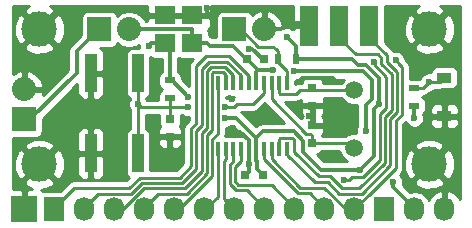
<source format=gbr>
G04 #@! TF.FileFunction,Copper,L1,Top,Signal*
%FSLAX46Y46*%
G04 Gerber Fmt 4.6, Leading zero omitted, Abs format (unit mm)*
G04 Created by KiCad (PCBNEW 0.201602201416+6573~42~ubuntu14.04.1-product) date mer. 24 févr. 2016 22:05:03 CET*
%MOMM*%
G01*
G04 APERTURE LIST*
%ADD10C,0.100000*%
%ADD11C,3.000000*%
%ADD12C,1.501140*%
%ADD13R,1.000000X3.200000*%
%ADD14R,2.032000X2.032000*%
%ADD15O,2.032000X2.032000*%
%ADD16R,0.300000X1.200000*%
%ADD17R,0.900000X0.500000*%
%ADD18R,0.750000X0.800000*%
%ADD19R,2.235200X2.235200*%
%ADD20R,1.727200X2.032000*%
%ADD21O,1.727200X2.032000*%
%ADD22R,0.500000X0.900000*%
%ADD23R,0.800000X0.750000*%
%ADD24R,1.800860X1.549400*%
%ADD25R,1.220000X0.910000*%
%ADD26R,1.524000X3.500000*%
%ADD27C,0.600000*%
%ADD28C,0.250000*%
%ADD29C,0.350000*%
%ADD30C,0.254000*%
G04 APERTURE END LIST*
D10*
D11*
X149860000Y-104140000D03*
X116840000Y-104140000D03*
D12*
X143510000Y-109309060D03*
X143510000Y-114190940D03*
D13*
X121190000Y-107850000D03*
X121190000Y-114650000D03*
X125190000Y-114650000D03*
X125190000Y-107850000D03*
D14*
X121920000Y-104140000D03*
D15*
X124460000Y-104140000D03*
D14*
X133350000Y-104140000D03*
D15*
X135890000Y-104140000D03*
D16*
X137145000Y-114300000D03*
X137795000Y-114300000D03*
X136495000Y-114300000D03*
X135845000Y-114300000D03*
X135195000Y-114300000D03*
X134545000Y-114300000D03*
X133895000Y-114300000D03*
X133245000Y-114300000D03*
X131945000Y-108700000D03*
X132595000Y-108700000D03*
X133245000Y-108700000D03*
X133895000Y-108700000D03*
X137795000Y-108700000D03*
X137145000Y-108700000D03*
X136495000Y-108700000D03*
X135845000Y-108700000D03*
X135195000Y-108700000D03*
X134545000Y-108700000D03*
X132595000Y-114300000D03*
X131945000Y-114300000D03*
D14*
X115570000Y-111760000D03*
D15*
X115570000Y-109220000D03*
D17*
X127889000Y-108470000D03*
X127889000Y-109970000D03*
D18*
X139954000Y-109105000D03*
X139954000Y-110605000D03*
X139954000Y-113780000D03*
X139954000Y-112280000D03*
X127889000Y-111750000D03*
X127889000Y-113250000D03*
D19*
X115570000Y-119380000D03*
D20*
X146050000Y-119380000D03*
D21*
X148590000Y-119380000D03*
X151130000Y-119380000D03*
D22*
X138545000Y-106680000D03*
X137045000Y-106680000D03*
D23*
X135750000Y-116500000D03*
X134250000Y-116500000D03*
X134378000Y-106680000D03*
X135878000Y-106680000D03*
D24*
X127508000Y-105316020D03*
X127508000Y-102963980D03*
X129794000Y-105316020D03*
X129794000Y-102963980D03*
D20*
X118110000Y-119380000D03*
D21*
X120650000Y-119380000D03*
X123190000Y-119380000D03*
X125730000Y-119380000D03*
X128270000Y-119380000D03*
X130810000Y-119380000D03*
X133350000Y-119380000D03*
X135890000Y-119380000D03*
X138430000Y-119380000D03*
X140970000Y-119380000D03*
X143510000Y-119380000D03*
D17*
X148590000Y-110605000D03*
X148590000Y-109105000D03*
D25*
X151130000Y-111490000D03*
X151130000Y-108220000D03*
D26*
X139700000Y-103850000D03*
X142240000Y-103850000D03*
X144780000Y-103850000D03*
D11*
X149860000Y-115570000D03*
X116840000Y-115570000D03*
D27*
X141986000Y-114808000D03*
X138800000Y-108600000D03*
X141478000Y-108500000D03*
X127000000Y-107200000D03*
X129300000Y-107200000D03*
X142000000Y-110250000D03*
X142000000Y-112900000D03*
X133100000Y-110000000D03*
X136500000Y-111300000D03*
X134500000Y-111300000D03*
X133000000Y-112800000D03*
X146900000Y-102700000D03*
X118200000Y-107100000D03*
X127889000Y-114554000D03*
X134620000Y-105804934D03*
X131063992Y-102362000D03*
X134545000Y-115570000D03*
X139700000Y-111506000D03*
X121190000Y-110490000D03*
X129453020Y-110749478D03*
X125190000Y-110490000D03*
X132588000Y-110744000D03*
X143954500Y-116014500D03*
X145584011Y-110463822D03*
X148590000Y-111633000D03*
X132588000Y-111633000D03*
X129413000Y-109855000D03*
X126111000Y-105537000D03*
X137795000Y-104775000D03*
X144462476Y-112776000D03*
X146812004Y-117094000D03*
X138430000Y-107696000D03*
X136586672Y-107584535D03*
X142630618Y-116910296D03*
X145172079Y-106863624D03*
X146990482Y-106772795D03*
X149860000Y-108585000D03*
D28*
X138870940Y-109309060D02*
X139790940Y-109309060D01*
X139790940Y-109309060D02*
X139954000Y-109146000D01*
X139954000Y-109146000D02*
X139954000Y-109105000D01*
X142448534Y-109309060D02*
X143510000Y-109309060D01*
X138870940Y-109309060D02*
X142448534Y-109309060D01*
X138554999Y-109625001D02*
X138870940Y-109309060D01*
X137220001Y-109625001D02*
X138554999Y-109625001D01*
X137145000Y-109550000D02*
X137220001Y-109625001D01*
X137145000Y-108700000D02*
X137145000Y-109550000D01*
D29*
X141900000Y-108500000D02*
X141700001Y-108300001D01*
X141700001Y-108300001D02*
X139099999Y-108300001D01*
X139099999Y-108300001D02*
X138800000Y-108600000D01*
X141478000Y-108500000D02*
X141900000Y-108500000D01*
X142000000Y-112900000D02*
X142000000Y-110250000D01*
X133820002Y-112800000D02*
X133000000Y-112800000D01*
X134545000Y-114300000D02*
X134545000Y-113524998D01*
X134545000Y-113524998D02*
X133820002Y-112800000D01*
X149860000Y-104140000D02*
X148360001Y-102640001D01*
X148360001Y-102640001D02*
X146959999Y-102640001D01*
X146959999Y-102640001D02*
X146900000Y-102700000D01*
X127889000Y-113250000D02*
X127889000Y-114554000D01*
X134863130Y-105804934D02*
X134620000Y-105804934D01*
X135738196Y-106680000D02*
X134863130Y-105804934D01*
X135878000Y-106680000D02*
X135738196Y-106680000D01*
X139954000Y-110605000D02*
X139954000Y-111252000D01*
X139954000Y-111252000D02*
X139700000Y-111506000D01*
X139954000Y-112280000D02*
X139954000Y-111760000D01*
X139954000Y-111760000D02*
X139700000Y-111506000D01*
X131063992Y-102786264D02*
X131063992Y-102362000D01*
X131063992Y-102944418D02*
X131063992Y-102786264D01*
X129794000Y-102963980D02*
X131044430Y-102963980D01*
X131044430Y-102963980D02*
X131063992Y-102944418D01*
X134545000Y-115960000D02*
X134545000Y-115570000D01*
X134545000Y-114300000D02*
X134545000Y-115570000D01*
X151130000Y-111490000D02*
X151130000Y-114300000D01*
X151130000Y-114300000D02*
X149860000Y-115570000D01*
X121190000Y-110490000D02*
X121190000Y-114650000D01*
X121190000Y-107850000D02*
X121190000Y-110490000D01*
X127508000Y-102963980D02*
X129794000Y-102963980D01*
X135878000Y-104152000D02*
X135890000Y-104140000D01*
X137866840Y-103600000D02*
X138588000Y-103600000D01*
X137326840Y-104140000D02*
X137866840Y-103600000D01*
X135890000Y-104140000D02*
X137326840Y-104140000D01*
X138588000Y-103600000D02*
X139700000Y-103600000D01*
X134250000Y-116500000D02*
X134275000Y-116500000D01*
X134275000Y-116500000D02*
X134545000Y-116230000D01*
X134545000Y-116230000D02*
X134545000Y-115960000D01*
D28*
X127176020Y-103500000D02*
X126750000Y-103073980D01*
X139954000Y-113780000D02*
X143099060Y-113780000D01*
X143099060Y-113780000D02*
X143510000Y-114190940D01*
X136495000Y-108700000D02*
X136495000Y-110079000D01*
X136495000Y-110079000D02*
X139446000Y-113030000D01*
X139446000Y-113030000D02*
X139854000Y-113030000D01*
X139854000Y-113030000D02*
X139954000Y-113130000D01*
X139954000Y-113130000D02*
X139954000Y-113780000D01*
X135845000Y-109550000D02*
X135845000Y-108700000D01*
X134950999Y-110444001D02*
X135845000Y-109550000D01*
X133281002Y-110744000D02*
X133581001Y-110444001D01*
X132588000Y-110744000D02*
X133281002Y-110744000D01*
X133581001Y-110444001D02*
X134950999Y-110444001D01*
X129028756Y-110749478D02*
X129453020Y-110749478D01*
X127894478Y-110749478D02*
X129028756Y-110749478D01*
X127889000Y-110744000D02*
X127894478Y-110749478D01*
X127889000Y-110744000D02*
X127889000Y-109970000D01*
X127889000Y-110744000D02*
X125444000Y-110744000D01*
X127889000Y-111750000D02*
X127889000Y-110744000D01*
X125444000Y-110744000D02*
X125190000Y-110490000D01*
X125190000Y-110490000D02*
X125190000Y-114650000D01*
X125190000Y-107850000D02*
X125190000Y-110490000D01*
D29*
X121920000Y-104140000D02*
X121860000Y-104140000D01*
X121860000Y-104140000D02*
X120000000Y-106000000D01*
X120000000Y-106000000D02*
X120000000Y-107838000D01*
X120000000Y-107838000D02*
X116078000Y-111760000D01*
X116078000Y-111760000D02*
X115570000Y-111760000D01*
X145584011Y-110463822D02*
X145137496Y-110910337D01*
X145137496Y-110910337D02*
X145137496Y-114831504D01*
X145137496Y-114831504D02*
X143954500Y-116014500D01*
X139184010Y-113577134D02*
X138382876Y-112776000D01*
X139184010Y-114555001D02*
X139184010Y-113577134D01*
X143954500Y-116014500D02*
X140643509Y-116014500D01*
X140643509Y-116014500D02*
X139184010Y-114555001D01*
X138382876Y-112776000D02*
X135769000Y-112776000D01*
X135769000Y-112776000D02*
X135195000Y-113350000D01*
X148590000Y-111205000D02*
X148590000Y-111633000D01*
X148590000Y-110605000D02*
X148590000Y-111205000D01*
X138545000Y-106680000D02*
X143324604Y-106680000D01*
X143324604Y-106680000D02*
X143790593Y-107145989D01*
X143790593Y-107145989D02*
X144499822Y-107145989D01*
X144499822Y-107145989D02*
X145584011Y-108230178D01*
X145584011Y-108230178D02*
X145584011Y-110463822D01*
X146217002Y-119212998D02*
X146050000Y-119380000D01*
X135195000Y-115250000D02*
X135195000Y-114300000D01*
X135220002Y-115275002D02*
X135195000Y-115250000D01*
X135220002Y-115970002D02*
X135220002Y-115275002D01*
X135750000Y-116500000D02*
X135220002Y-115970002D01*
X132588000Y-111633000D02*
X133478000Y-111633000D01*
X133478000Y-111633000D02*
X135195000Y-113350000D01*
X135195000Y-113350000D02*
X135195000Y-114300000D01*
X127889000Y-108470000D02*
X128028000Y-108470000D01*
X128028000Y-108470000D02*
X129413000Y-109855000D01*
X127889000Y-108470000D02*
X127889000Y-105697020D01*
X127889000Y-105697020D02*
X127508000Y-105316020D01*
X126111000Y-105462590D02*
X126111000Y-105537000D01*
X126257570Y-105316020D02*
X126111000Y-105462590D01*
X127508000Y-105316020D02*
X126257570Y-105316020D01*
X138545000Y-106680000D02*
X138545000Y-105525000D01*
X138545000Y-105525000D02*
X137795000Y-104775000D01*
X148590000Y-119380000D02*
X148590000Y-119227600D01*
X145034000Y-108458000D02*
X145034000Y-110014831D01*
X145034000Y-110014831D02*
X144462476Y-110586355D01*
X144272000Y-107696000D02*
X145034000Y-108458000D01*
X144462476Y-112351736D02*
X144462476Y-112776000D01*
X148590000Y-119227600D02*
X146812004Y-117449604D01*
X146812004Y-117449604D02*
X146812004Y-117094000D01*
X138430000Y-107696000D02*
X144272000Y-107696000D01*
X144462476Y-110586355D02*
X144462476Y-112351736D01*
X134378000Y-106680000D02*
X134403000Y-106680000D01*
X134403000Y-106680000D02*
X135307535Y-107584535D01*
X135307535Y-107584535D02*
X135356467Y-107584535D01*
X129794000Y-105316020D02*
X131044430Y-105316020D01*
X131044430Y-105316020D02*
X131259411Y-105531001D01*
X131259411Y-105531001D02*
X133204001Y-105531001D01*
X133204001Y-105531001D02*
X134353000Y-106680000D01*
X134353000Y-106680000D02*
X134378000Y-106680000D01*
X135195000Y-107746002D02*
X135356467Y-107584535D01*
X135356467Y-107584535D02*
X136586672Y-107584535D01*
X135195000Y-107746002D02*
X135195000Y-107750000D01*
X135195000Y-107750000D02*
X135195000Y-108700000D01*
X124460000Y-104140000D02*
X129742680Y-104140000D01*
X129794000Y-104191320D02*
X129794000Y-105316020D01*
X129742680Y-104140000D02*
X129794000Y-104191320D01*
D28*
X131675031Y-106424969D02*
X131675028Y-106424971D01*
X134545000Y-108055768D02*
X132914201Y-106424969D01*
X132914201Y-106424969D02*
X131675031Y-106424969D01*
X130975795Y-106424971D02*
X130119970Y-107280799D01*
X134545000Y-108700000D02*
X134545000Y-108055768D01*
X118110000Y-119227600D02*
X118110000Y-119380000D01*
X131675028Y-106424971D02*
X130975795Y-106424971D01*
X130119970Y-107280799D02*
X130119968Y-112093622D01*
X119748621Y-117588979D02*
X118110000Y-119227600D01*
X130119968Y-112093622D02*
X129669956Y-112543634D01*
X129669956Y-112543634D02*
X129669957Y-115730043D01*
X129669957Y-115730043D02*
X128711043Y-116688957D01*
X128711043Y-116688957D02*
X125311041Y-116688959D01*
X125311041Y-116688959D02*
X124411021Y-117588979D01*
X124411021Y-117588979D02*
X119748621Y-117588979D01*
X130569977Y-107467199D02*
X131162199Y-106874977D01*
X130119967Y-112730033D02*
X130569977Y-112280023D01*
X130119967Y-115966444D02*
X130119967Y-112730033D01*
X131162199Y-106874977D02*
X132727802Y-106874978D01*
X125497442Y-117138968D02*
X128947443Y-117138968D01*
X132727802Y-106874978D02*
X133895000Y-108042178D01*
X133895000Y-108042178D02*
X133895000Y-108700000D01*
X121838610Y-118038990D02*
X124597421Y-118038990D01*
X128947443Y-117138968D02*
X130119967Y-115966444D01*
X120650000Y-119227600D02*
X121838610Y-118038990D01*
X120650000Y-119380000D02*
X120650000Y-119227600D01*
X124597421Y-118038990D02*
X125497442Y-117138968D01*
X130569977Y-112280023D02*
X130569977Y-107467199D01*
X131348599Y-107324988D02*
X132541401Y-107324988D01*
X130569979Y-112916431D02*
X131019988Y-112466423D01*
X130569979Y-116152843D02*
X130569979Y-112916431D01*
X129133843Y-117588979D02*
X130569979Y-116152843D01*
X125683841Y-117588979D02*
X129133843Y-117588979D01*
X123190000Y-119380000D02*
X123892820Y-119380000D01*
X123892820Y-119380000D02*
X125683841Y-117588979D01*
X131019988Y-112466423D02*
X131019988Y-107653599D01*
X132541401Y-107324988D02*
X133245000Y-108028589D01*
X133245000Y-108028589D02*
X133245000Y-108700000D01*
X131019988Y-107653599D02*
X131348599Y-107324988D01*
X123190000Y-119310000D02*
X123190000Y-119380000D01*
X132595000Y-108015000D02*
X132595000Y-108700000D01*
X125730000Y-119227600D02*
X126918610Y-118038990D01*
X131469999Y-112652823D02*
X131469999Y-107839999D01*
X131534999Y-107774999D02*
X132355001Y-107774999D01*
X131019990Y-113102831D02*
X131469999Y-112652823D01*
X125730000Y-119380000D02*
X125730000Y-119227600D01*
X131019990Y-116339243D02*
X131019990Y-113102831D01*
X126918610Y-118038990D02*
X129320243Y-118038990D01*
X132355001Y-107774999D02*
X132595000Y-108015000D01*
X131469999Y-107839999D02*
X131534999Y-107774999D01*
X129320243Y-118038990D02*
X131019990Y-116339243D01*
X126029233Y-119380000D02*
X125730000Y-119380000D01*
X131945000Y-109550000D02*
X131945000Y-108700000D01*
X131469999Y-116525645D02*
X131469999Y-113439999D01*
X128615644Y-119380000D02*
X131469999Y-116525645D01*
X131469999Y-113439999D02*
X131945000Y-112964998D01*
X131945000Y-112964998D02*
X131945000Y-109550000D01*
X128270000Y-119380000D02*
X128615644Y-119380000D01*
X130870000Y-119380000D02*
X131945000Y-118305000D01*
X131945000Y-118305000D02*
X131945000Y-114300000D01*
X130810000Y-119380000D02*
X130870000Y-119380000D01*
X130810000Y-119380000D02*
X130810000Y-119227600D01*
X132595000Y-115150000D02*
X132595000Y-114300000D01*
X132499978Y-115245022D02*
X132595000Y-115150000D01*
X132499978Y-118529978D02*
X132499978Y-115245022D01*
X133350000Y-119380000D02*
X132499978Y-118529978D01*
X132949989Y-115613600D02*
X133245000Y-115318590D01*
X132949989Y-117196402D02*
X132949989Y-115613600D01*
X133503598Y-117750011D02*
X132949989Y-117196402D01*
X135890000Y-119227600D02*
X134412411Y-117750011D01*
X133245000Y-115150000D02*
X133245000Y-114300000D01*
X133245000Y-115318590D02*
X133245000Y-115150000D01*
X134412411Y-117750011D02*
X133503598Y-117750011D01*
X135890000Y-119380000D02*
X135890000Y-119227600D01*
X133895000Y-115150000D02*
X133895000Y-114300000D01*
X138430000Y-119380000D02*
X138430000Y-119227600D01*
X133689998Y-117300000D02*
X133400000Y-117010002D01*
X133400000Y-117010002D02*
X133400000Y-115800000D01*
X133895000Y-115305000D02*
X133895000Y-115150000D01*
X138430000Y-119227600D02*
X136502400Y-117300000D01*
X136502400Y-117300000D02*
X133689998Y-117300000D01*
X133400000Y-115800000D02*
X133895000Y-115305000D01*
X143325677Y-116639501D02*
X143054882Y-116910296D01*
X145172079Y-107111124D02*
X146209012Y-108148058D01*
X146209012Y-108148058D02*
X146209012Y-110763823D01*
X145172079Y-106863624D02*
X145172079Y-107111124D01*
X145637507Y-111335328D02*
X145637507Y-115243757D01*
X146209012Y-110763823D02*
X145637507Y-111335328D01*
X144241763Y-116639501D02*
X143325677Y-116639501D01*
X143054882Y-116910296D02*
X142630618Y-116910296D01*
X145637507Y-115243757D02*
X144241763Y-116639501D01*
X139736422Y-117994022D02*
X140970000Y-119227600D01*
X135845000Y-115150000D02*
X138689022Y-117994022D01*
X138689022Y-117994022D02*
X139736422Y-117994022D01*
X140970000Y-119227600D02*
X140970000Y-119380000D01*
X135845000Y-114300000D02*
X135845000Y-115150000D01*
X141500000Y-118850000D02*
X140970000Y-119380000D01*
X143510000Y-119380000D02*
X144890000Y-118000000D01*
X144890000Y-118000000D02*
X144900000Y-118000000D01*
X144900000Y-118000000D02*
X144900000Y-117990000D01*
X144900000Y-117990000D02*
X146987544Y-115902456D01*
X146987544Y-115902456D02*
X146987544Y-111894524D01*
X147559045Y-111323023D02*
X147559045Y-107341358D01*
X146987544Y-111894524D02*
X147559045Y-111323023D01*
X147559045Y-107341358D02*
X147290481Y-107072794D01*
X147290481Y-107072794D02*
X146990482Y-106772795D01*
X142803348Y-119380000D02*
X143510000Y-119380000D01*
X138889011Y-117544011D02*
X140967359Y-117544011D01*
X136495000Y-114300000D02*
X136495000Y-115150000D01*
X140967359Y-117544011D02*
X142803348Y-119380000D01*
X136495000Y-115150000D02*
X138889011Y-117544011D01*
X142240000Y-103600000D02*
X142240000Y-104838000D01*
X138430000Y-113530246D02*
X138274753Y-113374999D01*
X142240000Y-104838000D02*
X143640622Y-106238622D01*
X138430000Y-114540024D02*
X138430000Y-113530246D01*
X143640622Y-106238622D02*
X145472081Y-106238622D01*
X143928696Y-117588979D02*
X142425390Y-117588979D01*
X146087518Y-111521728D02*
X146087518Y-115430157D01*
X145472081Y-106238622D02*
X145797081Y-106563622D01*
X145797081Y-106563622D02*
X145797081Y-107099716D01*
X145797081Y-107099716D02*
X146659023Y-107961658D01*
X146659023Y-110950223D02*
X146087518Y-111521728D01*
X146659023Y-107961658D02*
X146659023Y-110950223D01*
X141422411Y-116586000D02*
X140475976Y-116586000D01*
X146087518Y-115430157D02*
X143928696Y-117588979D01*
X142425390Y-117588979D02*
X141422411Y-116586000D01*
X140475976Y-116586000D02*
X138430000Y-114540024D01*
X138274753Y-113374999D02*
X137220001Y-113374999D01*
X137220001Y-113374999D02*
X137145000Y-113450000D01*
X137145000Y-113450000D02*
X137145000Y-114300000D01*
X144780000Y-103600000D02*
X144780000Y-104838000D01*
X146247092Y-106913315D02*
X147109034Y-107775258D01*
X137795000Y-114750000D02*
X137795000Y-114300000D01*
X144780000Y-104838000D02*
X146247092Y-106305092D01*
X147109034Y-111136623D02*
X146537529Y-111708128D01*
X140139000Y-117094000D02*
X137795000Y-114750000D01*
X146247092Y-106305092D02*
X146247092Y-106913315D01*
X147109034Y-107775258D02*
X147109034Y-111136623D01*
X146537529Y-111708128D02*
X146537529Y-115616557D01*
X146537529Y-115616557D02*
X144115096Y-118038990D01*
X144115096Y-118038990D02*
X142238990Y-118038990D01*
X142238990Y-118038990D02*
X141294000Y-117094000D01*
X141294000Y-117094000D02*
X140139000Y-117094000D01*
X133350000Y-104140000D02*
X133905318Y-104140000D01*
X133905318Y-104140000D02*
X135365818Y-105600500D01*
X135365818Y-105600500D02*
X136653180Y-105600500D01*
X136653180Y-105600500D02*
X136842500Y-105789820D01*
X136842500Y-105789820D02*
X136842500Y-105791000D01*
X136842500Y-105791000D02*
X137045000Y-105993500D01*
X137045000Y-105993500D02*
X137045000Y-106680000D01*
X137795000Y-108700000D02*
X137795000Y-107630000D01*
X137795000Y-107630000D02*
X137045000Y-106880000D01*
X137045000Y-106880000D02*
X137045000Y-106680000D01*
X148590000Y-109105000D02*
X149340000Y-109105000D01*
X149340000Y-109105000D02*
X149860000Y-108585000D01*
X149860000Y-108585000D02*
X150765000Y-108585000D01*
X150765000Y-108585000D02*
X151130000Y-108220000D01*
D30*
G36*
X123869519Y-105595775D02*
X124460000Y-105713229D01*
X125050481Y-105595775D01*
X125284085Y-105439686D01*
X125283857Y-105700779D01*
X125288773Y-105712676D01*
X124690000Y-105712676D01*
X124484375Y-105753577D01*
X124310055Y-105870055D01*
X124193577Y-106044375D01*
X124152676Y-106250000D01*
X124152676Y-109450000D01*
X124193577Y-109655625D01*
X124310055Y-109829945D01*
X124484375Y-109946423D01*
X124538000Y-109957090D01*
X124538000Y-109972327D01*
X124489312Y-110020930D01*
X124363144Y-110324778D01*
X124362857Y-110653779D01*
X124488495Y-110957846D01*
X124538000Y-111007438D01*
X124538000Y-112542910D01*
X124484375Y-112553577D01*
X124310055Y-112670055D01*
X124193577Y-112844375D01*
X124152676Y-113050000D01*
X124152676Y-116250000D01*
X124193577Y-116455625D01*
X124310055Y-116629945D01*
X124392739Y-116685193D01*
X124140953Y-116936979D01*
X119748626Y-116936979D01*
X119748621Y-116936978D01*
X119540508Y-116978375D01*
X119499111Y-116986610D01*
X119353401Y-117083970D01*
X119287587Y-117127945D01*
X118588856Y-117826676D01*
X117246400Y-117826676D01*
X117165912Y-117842686D01*
X117047298Y-117724073D01*
X116995040Y-117702427D01*
X117305387Y-117696497D01*
X118014582Y-117402739D01*
X118174365Y-117083970D01*
X116840000Y-115749605D01*
X115505635Y-117083970D01*
X115665418Y-117402739D01*
X116238528Y-117627400D01*
X115855750Y-117627400D01*
X115697000Y-117786150D01*
X115697000Y-119253000D01*
X115717000Y-119253000D01*
X115717000Y-119507000D01*
X115697000Y-119507000D01*
X115697000Y-119527000D01*
X115443000Y-119527000D01*
X115443000Y-119507000D01*
X115423000Y-119507000D01*
X115423000Y-119253000D01*
X115443000Y-119253000D01*
X115443000Y-117786150D01*
X115284250Y-117627400D01*
X114584500Y-117627400D01*
X114584500Y-115186187D01*
X114697277Y-115186187D01*
X114713503Y-116035387D01*
X115007261Y-116744582D01*
X115326030Y-116904365D01*
X116660395Y-115570000D01*
X117019605Y-115570000D01*
X118353970Y-116904365D01*
X118672739Y-116744582D01*
X118982723Y-115953813D01*
X118966497Y-115104613D01*
X118896552Y-114935750D01*
X120055000Y-114935750D01*
X120055000Y-116376309D01*
X120151673Y-116609698D01*
X120330301Y-116788327D01*
X120563690Y-116885000D01*
X120904250Y-116885000D01*
X121063000Y-116726250D01*
X121063000Y-114777000D01*
X121317000Y-114777000D01*
X121317000Y-116726250D01*
X121475750Y-116885000D01*
X121816310Y-116885000D01*
X122049699Y-116788327D01*
X122228327Y-116609698D01*
X122325000Y-116376309D01*
X122325000Y-114935750D01*
X122166250Y-114777000D01*
X121317000Y-114777000D01*
X121063000Y-114777000D01*
X120213750Y-114777000D01*
X120055000Y-114935750D01*
X118896552Y-114935750D01*
X118672739Y-114395418D01*
X118353970Y-114235635D01*
X117019605Y-115570000D01*
X116660395Y-115570000D01*
X115326030Y-114235635D01*
X115007261Y-114395418D01*
X114697277Y-115186187D01*
X114584500Y-115186187D01*
X114584500Y-114056030D01*
X115505635Y-114056030D01*
X116840000Y-115390395D01*
X118174365Y-114056030D01*
X118014582Y-113737261D01*
X117223813Y-113427277D01*
X116374613Y-113443503D01*
X115665418Y-113737261D01*
X115505635Y-114056030D01*
X114584500Y-114056030D01*
X114584500Y-113313324D01*
X116586000Y-113313324D01*
X116791625Y-113272423D01*
X116965945Y-113155945D01*
X117082423Y-112981625D01*
X117093946Y-112923691D01*
X120055000Y-112923691D01*
X120055000Y-114364250D01*
X120213750Y-114523000D01*
X121063000Y-114523000D01*
X121063000Y-112573750D01*
X121317000Y-112573750D01*
X121317000Y-114523000D01*
X122166250Y-114523000D01*
X122325000Y-114364250D01*
X122325000Y-112923691D01*
X122228327Y-112690302D01*
X122049699Y-112511673D01*
X121816310Y-112415000D01*
X121475750Y-112415000D01*
X121317000Y-112573750D01*
X121063000Y-112573750D01*
X120904250Y-112415000D01*
X120563690Y-112415000D01*
X120330301Y-112511673D01*
X120151673Y-112690302D01*
X120055000Y-112923691D01*
X117093946Y-112923691D01*
X117123324Y-112776000D01*
X117123324Y-111707454D01*
X120055000Y-108775778D01*
X120055000Y-109576309D01*
X120151673Y-109809698D01*
X120330301Y-109988327D01*
X120563690Y-110085000D01*
X120904250Y-110085000D01*
X121063000Y-109926250D01*
X121063000Y-107977000D01*
X121317000Y-107977000D01*
X121317000Y-109926250D01*
X121475750Y-110085000D01*
X121816310Y-110085000D01*
X122049699Y-109988327D01*
X122228327Y-109809698D01*
X122325000Y-109576309D01*
X122325000Y-108135750D01*
X122166250Y-107977000D01*
X121317000Y-107977000D01*
X121063000Y-107977000D01*
X121043000Y-107977000D01*
X121043000Y-107723000D01*
X121063000Y-107723000D01*
X121063000Y-107703000D01*
X121317000Y-107703000D01*
X121317000Y-107723000D01*
X122166250Y-107723000D01*
X122325000Y-107564250D01*
X122325000Y-106123691D01*
X122228327Y-105890302D01*
X122049699Y-105711673D01*
X122005401Y-105693324D01*
X122936000Y-105693324D01*
X123141625Y-105652423D01*
X123315945Y-105535945D01*
X123432423Y-105361625D01*
X123442590Y-105310510D01*
X123869519Y-105595775D01*
X123869519Y-105595775D01*
G37*
X123869519Y-105595775D02*
X124460000Y-105713229D01*
X125050481Y-105595775D01*
X125284085Y-105439686D01*
X125283857Y-105700779D01*
X125288773Y-105712676D01*
X124690000Y-105712676D01*
X124484375Y-105753577D01*
X124310055Y-105870055D01*
X124193577Y-106044375D01*
X124152676Y-106250000D01*
X124152676Y-109450000D01*
X124193577Y-109655625D01*
X124310055Y-109829945D01*
X124484375Y-109946423D01*
X124538000Y-109957090D01*
X124538000Y-109972327D01*
X124489312Y-110020930D01*
X124363144Y-110324778D01*
X124362857Y-110653779D01*
X124488495Y-110957846D01*
X124538000Y-111007438D01*
X124538000Y-112542910D01*
X124484375Y-112553577D01*
X124310055Y-112670055D01*
X124193577Y-112844375D01*
X124152676Y-113050000D01*
X124152676Y-116250000D01*
X124193577Y-116455625D01*
X124310055Y-116629945D01*
X124392739Y-116685193D01*
X124140953Y-116936979D01*
X119748626Y-116936979D01*
X119748621Y-116936978D01*
X119540508Y-116978375D01*
X119499111Y-116986610D01*
X119353401Y-117083970D01*
X119287587Y-117127945D01*
X118588856Y-117826676D01*
X117246400Y-117826676D01*
X117165912Y-117842686D01*
X117047298Y-117724073D01*
X116995040Y-117702427D01*
X117305387Y-117696497D01*
X118014582Y-117402739D01*
X118174365Y-117083970D01*
X116840000Y-115749605D01*
X115505635Y-117083970D01*
X115665418Y-117402739D01*
X116238528Y-117627400D01*
X115855750Y-117627400D01*
X115697000Y-117786150D01*
X115697000Y-119253000D01*
X115717000Y-119253000D01*
X115717000Y-119507000D01*
X115697000Y-119507000D01*
X115697000Y-119527000D01*
X115443000Y-119527000D01*
X115443000Y-119507000D01*
X115423000Y-119507000D01*
X115423000Y-119253000D01*
X115443000Y-119253000D01*
X115443000Y-117786150D01*
X115284250Y-117627400D01*
X114584500Y-117627400D01*
X114584500Y-115186187D01*
X114697277Y-115186187D01*
X114713503Y-116035387D01*
X115007261Y-116744582D01*
X115326030Y-116904365D01*
X116660395Y-115570000D01*
X117019605Y-115570000D01*
X118353970Y-116904365D01*
X118672739Y-116744582D01*
X118982723Y-115953813D01*
X118966497Y-115104613D01*
X118896552Y-114935750D01*
X120055000Y-114935750D01*
X120055000Y-116376309D01*
X120151673Y-116609698D01*
X120330301Y-116788327D01*
X120563690Y-116885000D01*
X120904250Y-116885000D01*
X121063000Y-116726250D01*
X121063000Y-114777000D01*
X121317000Y-114777000D01*
X121317000Y-116726250D01*
X121475750Y-116885000D01*
X121816310Y-116885000D01*
X122049699Y-116788327D01*
X122228327Y-116609698D01*
X122325000Y-116376309D01*
X122325000Y-114935750D01*
X122166250Y-114777000D01*
X121317000Y-114777000D01*
X121063000Y-114777000D01*
X120213750Y-114777000D01*
X120055000Y-114935750D01*
X118896552Y-114935750D01*
X118672739Y-114395418D01*
X118353970Y-114235635D01*
X117019605Y-115570000D01*
X116660395Y-115570000D01*
X115326030Y-114235635D01*
X115007261Y-114395418D01*
X114697277Y-115186187D01*
X114584500Y-115186187D01*
X114584500Y-114056030D01*
X115505635Y-114056030D01*
X116840000Y-115390395D01*
X118174365Y-114056030D01*
X118014582Y-113737261D01*
X117223813Y-113427277D01*
X116374613Y-113443503D01*
X115665418Y-113737261D01*
X115505635Y-114056030D01*
X114584500Y-114056030D01*
X114584500Y-113313324D01*
X116586000Y-113313324D01*
X116791625Y-113272423D01*
X116965945Y-113155945D01*
X117082423Y-112981625D01*
X117093946Y-112923691D01*
X120055000Y-112923691D01*
X120055000Y-114364250D01*
X120213750Y-114523000D01*
X121063000Y-114523000D01*
X121063000Y-112573750D01*
X121317000Y-112573750D01*
X121317000Y-114523000D01*
X122166250Y-114523000D01*
X122325000Y-114364250D01*
X122325000Y-112923691D01*
X122228327Y-112690302D01*
X122049699Y-112511673D01*
X121816310Y-112415000D01*
X121475750Y-112415000D01*
X121317000Y-112573750D01*
X121063000Y-112573750D01*
X120904250Y-112415000D01*
X120563690Y-112415000D01*
X120330301Y-112511673D01*
X120151673Y-112690302D01*
X120055000Y-112923691D01*
X117093946Y-112923691D01*
X117123324Y-112776000D01*
X117123324Y-111707454D01*
X120055000Y-108775778D01*
X120055000Y-109576309D01*
X120151673Y-109809698D01*
X120330301Y-109988327D01*
X120563690Y-110085000D01*
X120904250Y-110085000D01*
X121063000Y-109926250D01*
X121063000Y-107977000D01*
X121317000Y-107977000D01*
X121317000Y-109926250D01*
X121475750Y-110085000D01*
X121816310Y-110085000D01*
X122049699Y-109988327D01*
X122228327Y-109809698D01*
X122325000Y-109576309D01*
X122325000Y-108135750D01*
X122166250Y-107977000D01*
X121317000Y-107977000D01*
X121063000Y-107977000D01*
X121043000Y-107977000D01*
X121043000Y-107723000D01*
X121063000Y-107723000D01*
X121063000Y-107703000D01*
X121317000Y-107703000D01*
X121317000Y-107723000D01*
X122166250Y-107723000D01*
X122325000Y-107564250D01*
X122325000Y-106123691D01*
X122228327Y-105890302D01*
X122049699Y-105711673D01*
X122005401Y-105693324D01*
X122936000Y-105693324D01*
X123141625Y-105652423D01*
X123315945Y-105535945D01*
X123432423Y-105361625D01*
X123442590Y-105310510D01*
X123869519Y-105595775D01*
G36*
X148685418Y-102307261D02*
X148525635Y-102626030D01*
X149860000Y-103960395D01*
X151194365Y-102626030D01*
X151034582Y-102307261D01*
X150766061Y-102202000D01*
X152433000Y-102202000D01*
X152433000Y-118497258D01*
X152421954Y-118465680D01*
X152032036Y-118029268D01*
X151504791Y-117775291D01*
X151489026Y-117772642D01*
X151257000Y-117893783D01*
X151257000Y-119253000D01*
X151277000Y-119253000D01*
X151277000Y-119507000D01*
X151257000Y-119507000D01*
X151257000Y-119527000D01*
X151003000Y-119527000D01*
X151003000Y-119507000D01*
X150983000Y-119507000D01*
X150983000Y-119253000D01*
X151003000Y-119253000D01*
X151003000Y-117893783D01*
X150770974Y-117772642D01*
X150755209Y-117775291D01*
X150227964Y-118029268D01*
X149838046Y-118465680D01*
X149804845Y-118560595D01*
X149573303Y-118214068D01*
X149122160Y-117912624D01*
X148590000Y-117806771D01*
X148232967Y-117877789D01*
X147631683Y-117276505D01*
X147638860Y-117259222D01*
X147639012Y-117083970D01*
X148525635Y-117083970D01*
X148685418Y-117402739D01*
X149476187Y-117712723D01*
X150325387Y-117696497D01*
X151034582Y-117402739D01*
X151194365Y-117083970D01*
X149860000Y-115749605D01*
X148525635Y-117083970D01*
X147639012Y-117083970D01*
X147639147Y-116930221D01*
X147513509Y-116626154D01*
X147349855Y-116462213D01*
X147448578Y-116363490D01*
X147466619Y-116336490D01*
X147589913Y-116151966D01*
X147604707Y-116077591D01*
X147639545Y-115902456D01*
X147639544Y-115902451D01*
X147639544Y-115186187D01*
X147717277Y-115186187D01*
X147733503Y-116035387D01*
X148027261Y-116744582D01*
X148346030Y-116904365D01*
X149680395Y-115570000D01*
X150039605Y-115570000D01*
X151373970Y-116904365D01*
X151692739Y-116744582D01*
X152002723Y-115953813D01*
X151986497Y-115104613D01*
X151692739Y-114395418D01*
X151373970Y-114235635D01*
X150039605Y-115570000D01*
X149680395Y-115570000D01*
X148346030Y-114235635D01*
X148027261Y-114395418D01*
X147717277Y-115186187D01*
X147639544Y-115186187D01*
X147639544Y-114056030D01*
X148525635Y-114056030D01*
X149860000Y-115390395D01*
X151194365Y-114056030D01*
X151034582Y-113737261D01*
X150243813Y-113427277D01*
X149394613Y-113443503D01*
X148685418Y-113737261D01*
X148525635Y-114056030D01*
X147639544Y-114056030D01*
X147639544Y-112164592D01*
X147834344Y-111969791D01*
X147888495Y-112100846D01*
X148120930Y-112333688D01*
X148424778Y-112459856D01*
X148753779Y-112460143D01*
X149057846Y-112334505D01*
X149290688Y-112102070D01*
X149416856Y-111798222D01*
X149416875Y-111775750D01*
X149885000Y-111775750D01*
X149885000Y-112071309D01*
X149981673Y-112304698D01*
X150160301Y-112483327D01*
X150393690Y-112580000D01*
X150844250Y-112580000D01*
X151003000Y-112421250D01*
X151003000Y-111617000D01*
X151257000Y-111617000D01*
X151257000Y-112421250D01*
X151415750Y-112580000D01*
X151866310Y-112580000D01*
X152099699Y-112483327D01*
X152278327Y-112304698D01*
X152375000Y-112071309D01*
X152375000Y-111775750D01*
X152216250Y-111617000D01*
X151257000Y-111617000D01*
X151003000Y-111617000D01*
X150043750Y-111617000D01*
X149885000Y-111775750D01*
X149416875Y-111775750D01*
X149417143Y-111469221D01*
X149341892Y-111287099D01*
X149419945Y-111234945D01*
X149536423Y-111060625D01*
X149566644Y-110908691D01*
X149885000Y-110908691D01*
X149885000Y-111204250D01*
X150043750Y-111363000D01*
X151003000Y-111363000D01*
X151003000Y-110558750D01*
X151257000Y-110558750D01*
X151257000Y-111363000D01*
X152216250Y-111363000D01*
X152375000Y-111204250D01*
X152375000Y-110908691D01*
X152278327Y-110675302D01*
X152099699Y-110496673D01*
X151866310Y-110400000D01*
X151415750Y-110400000D01*
X151257000Y-110558750D01*
X151003000Y-110558750D01*
X150844250Y-110400000D01*
X150393690Y-110400000D01*
X150160301Y-110496673D01*
X149981673Y-110675302D01*
X149885000Y-110908691D01*
X149566644Y-110908691D01*
X149577324Y-110855000D01*
X149577324Y-110355000D01*
X149536423Y-110149375D01*
X149419945Y-109975055D01*
X149245625Y-109858577D01*
X149227642Y-109855000D01*
X149245625Y-109851423D01*
X149406832Y-109743707D01*
X149573141Y-109710625D01*
X149589510Y-109707369D01*
X149801034Y-109566034D01*
X149954985Y-109412083D01*
X150023779Y-109412143D01*
X150327846Y-109286505D01*
X150377438Y-109237000D01*
X150764995Y-109237000D01*
X150765000Y-109237001D01*
X150889056Y-109212324D01*
X151740000Y-109212324D01*
X151945625Y-109171423D01*
X152119945Y-109054945D01*
X152236423Y-108880625D01*
X152277324Y-108675000D01*
X152277324Y-107765000D01*
X152236423Y-107559375D01*
X152119945Y-107385055D01*
X151945625Y-107268577D01*
X151740000Y-107227676D01*
X150520000Y-107227676D01*
X150314375Y-107268577D01*
X150140055Y-107385055D01*
X150023577Y-107559375D01*
X149984047Y-107758108D01*
X149696221Y-107757857D01*
X149392154Y-107883495D01*
X149159312Y-108115930D01*
X149072829Y-108324206D01*
X149040000Y-108317676D01*
X148211045Y-108317676D01*
X148211045Y-107341363D01*
X148211046Y-107341358D01*
X148161415Y-107091849D01*
X148020079Y-106880324D01*
X147817565Y-106677810D01*
X147817625Y-106609016D01*
X147691987Y-106304949D01*
X147459552Y-106072107D01*
X147155704Y-105945939D01*
X146826703Y-105945652D01*
X146786976Y-105962067D01*
X146708126Y-105844058D01*
X146708123Y-105844056D01*
X146518037Y-105653970D01*
X148525635Y-105653970D01*
X148685418Y-105972739D01*
X149476187Y-106282723D01*
X150325387Y-106266497D01*
X151034582Y-105972739D01*
X151194365Y-105653970D01*
X149860000Y-104319605D01*
X148525635Y-105653970D01*
X146518037Y-105653970D01*
X146079324Y-105215257D01*
X146079324Y-103756187D01*
X147717277Y-103756187D01*
X147733503Y-104605387D01*
X148027261Y-105314582D01*
X148346030Y-105474365D01*
X149680395Y-104140000D01*
X150039605Y-104140000D01*
X151373970Y-105474365D01*
X151692739Y-105314582D01*
X152002723Y-104523813D01*
X151986497Y-103674613D01*
X151692739Y-102965418D01*
X151373970Y-102805635D01*
X150039605Y-104140000D01*
X149680395Y-104140000D01*
X148346030Y-102805635D01*
X148027261Y-102965418D01*
X147717277Y-103756187D01*
X146079324Y-103756187D01*
X146079324Y-102202000D01*
X148939541Y-102202000D01*
X148685418Y-102307261D01*
X148685418Y-102307261D01*
G37*
X148685418Y-102307261D02*
X148525635Y-102626030D01*
X149860000Y-103960395D01*
X151194365Y-102626030D01*
X151034582Y-102307261D01*
X150766061Y-102202000D01*
X152433000Y-102202000D01*
X152433000Y-118497258D01*
X152421954Y-118465680D01*
X152032036Y-118029268D01*
X151504791Y-117775291D01*
X151489026Y-117772642D01*
X151257000Y-117893783D01*
X151257000Y-119253000D01*
X151277000Y-119253000D01*
X151277000Y-119507000D01*
X151257000Y-119507000D01*
X151257000Y-119527000D01*
X151003000Y-119527000D01*
X151003000Y-119507000D01*
X150983000Y-119507000D01*
X150983000Y-119253000D01*
X151003000Y-119253000D01*
X151003000Y-117893783D01*
X150770974Y-117772642D01*
X150755209Y-117775291D01*
X150227964Y-118029268D01*
X149838046Y-118465680D01*
X149804845Y-118560595D01*
X149573303Y-118214068D01*
X149122160Y-117912624D01*
X148590000Y-117806771D01*
X148232967Y-117877789D01*
X147631683Y-117276505D01*
X147638860Y-117259222D01*
X147639012Y-117083970D01*
X148525635Y-117083970D01*
X148685418Y-117402739D01*
X149476187Y-117712723D01*
X150325387Y-117696497D01*
X151034582Y-117402739D01*
X151194365Y-117083970D01*
X149860000Y-115749605D01*
X148525635Y-117083970D01*
X147639012Y-117083970D01*
X147639147Y-116930221D01*
X147513509Y-116626154D01*
X147349855Y-116462213D01*
X147448578Y-116363490D01*
X147466619Y-116336490D01*
X147589913Y-116151966D01*
X147604707Y-116077591D01*
X147639545Y-115902456D01*
X147639544Y-115902451D01*
X147639544Y-115186187D01*
X147717277Y-115186187D01*
X147733503Y-116035387D01*
X148027261Y-116744582D01*
X148346030Y-116904365D01*
X149680395Y-115570000D01*
X150039605Y-115570000D01*
X151373970Y-116904365D01*
X151692739Y-116744582D01*
X152002723Y-115953813D01*
X151986497Y-115104613D01*
X151692739Y-114395418D01*
X151373970Y-114235635D01*
X150039605Y-115570000D01*
X149680395Y-115570000D01*
X148346030Y-114235635D01*
X148027261Y-114395418D01*
X147717277Y-115186187D01*
X147639544Y-115186187D01*
X147639544Y-114056030D01*
X148525635Y-114056030D01*
X149860000Y-115390395D01*
X151194365Y-114056030D01*
X151034582Y-113737261D01*
X150243813Y-113427277D01*
X149394613Y-113443503D01*
X148685418Y-113737261D01*
X148525635Y-114056030D01*
X147639544Y-114056030D01*
X147639544Y-112164592D01*
X147834344Y-111969791D01*
X147888495Y-112100846D01*
X148120930Y-112333688D01*
X148424778Y-112459856D01*
X148753779Y-112460143D01*
X149057846Y-112334505D01*
X149290688Y-112102070D01*
X149416856Y-111798222D01*
X149416875Y-111775750D01*
X149885000Y-111775750D01*
X149885000Y-112071309D01*
X149981673Y-112304698D01*
X150160301Y-112483327D01*
X150393690Y-112580000D01*
X150844250Y-112580000D01*
X151003000Y-112421250D01*
X151003000Y-111617000D01*
X151257000Y-111617000D01*
X151257000Y-112421250D01*
X151415750Y-112580000D01*
X151866310Y-112580000D01*
X152099699Y-112483327D01*
X152278327Y-112304698D01*
X152375000Y-112071309D01*
X152375000Y-111775750D01*
X152216250Y-111617000D01*
X151257000Y-111617000D01*
X151003000Y-111617000D01*
X150043750Y-111617000D01*
X149885000Y-111775750D01*
X149416875Y-111775750D01*
X149417143Y-111469221D01*
X149341892Y-111287099D01*
X149419945Y-111234945D01*
X149536423Y-111060625D01*
X149566644Y-110908691D01*
X149885000Y-110908691D01*
X149885000Y-111204250D01*
X150043750Y-111363000D01*
X151003000Y-111363000D01*
X151003000Y-110558750D01*
X151257000Y-110558750D01*
X151257000Y-111363000D01*
X152216250Y-111363000D01*
X152375000Y-111204250D01*
X152375000Y-110908691D01*
X152278327Y-110675302D01*
X152099699Y-110496673D01*
X151866310Y-110400000D01*
X151415750Y-110400000D01*
X151257000Y-110558750D01*
X151003000Y-110558750D01*
X150844250Y-110400000D01*
X150393690Y-110400000D01*
X150160301Y-110496673D01*
X149981673Y-110675302D01*
X149885000Y-110908691D01*
X149566644Y-110908691D01*
X149577324Y-110855000D01*
X149577324Y-110355000D01*
X149536423Y-110149375D01*
X149419945Y-109975055D01*
X149245625Y-109858577D01*
X149227642Y-109855000D01*
X149245625Y-109851423D01*
X149406832Y-109743707D01*
X149573141Y-109710625D01*
X149589510Y-109707369D01*
X149801034Y-109566034D01*
X149954985Y-109412083D01*
X150023779Y-109412143D01*
X150327846Y-109286505D01*
X150377438Y-109237000D01*
X150764995Y-109237000D01*
X150765000Y-109237001D01*
X150889056Y-109212324D01*
X151740000Y-109212324D01*
X151945625Y-109171423D01*
X152119945Y-109054945D01*
X152236423Y-108880625D01*
X152277324Y-108675000D01*
X152277324Y-107765000D01*
X152236423Y-107559375D01*
X152119945Y-107385055D01*
X151945625Y-107268577D01*
X151740000Y-107227676D01*
X150520000Y-107227676D01*
X150314375Y-107268577D01*
X150140055Y-107385055D01*
X150023577Y-107559375D01*
X149984047Y-107758108D01*
X149696221Y-107757857D01*
X149392154Y-107883495D01*
X149159312Y-108115930D01*
X149072829Y-108324206D01*
X149040000Y-108317676D01*
X148211045Y-108317676D01*
X148211045Y-107341363D01*
X148211046Y-107341358D01*
X148161415Y-107091849D01*
X148020079Y-106880324D01*
X147817565Y-106677810D01*
X147817625Y-106609016D01*
X147691987Y-106304949D01*
X147459552Y-106072107D01*
X147155704Y-105945939D01*
X146826703Y-105945652D01*
X146786976Y-105962067D01*
X146708126Y-105844058D01*
X146708123Y-105844056D01*
X146518037Y-105653970D01*
X148525635Y-105653970D01*
X148685418Y-105972739D01*
X149476187Y-106282723D01*
X150325387Y-106266497D01*
X151034582Y-105972739D01*
X151194365Y-105653970D01*
X149860000Y-104319605D01*
X148525635Y-105653970D01*
X146518037Y-105653970D01*
X146079324Y-105215257D01*
X146079324Y-103756187D01*
X147717277Y-103756187D01*
X147733503Y-104605387D01*
X148027261Y-105314582D01*
X148346030Y-105474365D01*
X149680395Y-104140000D01*
X150039605Y-104140000D01*
X151373970Y-105474365D01*
X151692739Y-105314582D01*
X152002723Y-104523813D01*
X151986497Y-103674613D01*
X151692739Y-102965418D01*
X151373970Y-102805635D01*
X150039605Y-104140000D01*
X149680395Y-104140000D01*
X148346030Y-102805635D01*
X148027261Y-102965418D01*
X147717277Y-103756187D01*
X146079324Y-103756187D01*
X146079324Y-102202000D01*
X148939541Y-102202000D01*
X148685418Y-102307261D01*
G36*
X134377000Y-116373000D02*
X134397000Y-116373000D01*
X134397000Y-116627000D01*
X134377000Y-116627000D01*
X134377000Y-116647000D01*
X134123000Y-116647000D01*
X134123000Y-116627000D01*
X134103000Y-116627000D01*
X134103000Y-116373000D01*
X134123000Y-116373000D01*
X134123000Y-116353000D01*
X134377000Y-116353000D01*
X134377000Y-116373000D01*
X134377000Y-116373000D01*
G37*
X134377000Y-116373000D02*
X134397000Y-116373000D01*
X134397000Y-116627000D01*
X134377000Y-116627000D01*
X134377000Y-116647000D01*
X134123000Y-116647000D01*
X134123000Y-116627000D01*
X134103000Y-116627000D01*
X134103000Y-116373000D01*
X134123000Y-116373000D01*
X134123000Y-116353000D01*
X134377000Y-116353000D01*
X134377000Y-116373000D01*
G36*
X126976676Y-112150000D02*
X127017577Y-112355625D01*
X127054737Y-112411238D01*
X126975673Y-112490302D01*
X126879000Y-112723691D01*
X126879000Y-112964250D01*
X127037750Y-113123000D01*
X127762000Y-113123000D01*
X127762000Y-113103000D01*
X128016000Y-113103000D01*
X128016000Y-113123000D01*
X128740250Y-113123000D01*
X128899000Y-112964250D01*
X128899000Y-112723691D01*
X128802327Y-112490302D01*
X128723263Y-112411238D01*
X128760423Y-112355625D01*
X128801324Y-112150000D01*
X128801324Y-111401478D01*
X128935347Y-111401478D01*
X128983950Y-111450166D01*
X129287798Y-111576334D01*
X129467968Y-111576491D01*
X129467968Y-111823554D01*
X129208922Y-112082600D01*
X129067587Y-112294124D01*
X129067587Y-112294125D01*
X129017955Y-112543634D01*
X129017956Y-112543639D01*
X129017957Y-115459976D01*
X128440975Y-116036957D01*
X126227324Y-116036958D01*
X126227324Y-113535750D01*
X126879000Y-113535750D01*
X126879000Y-113776309D01*
X126975673Y-114009698D01*
X127154301Y-114188327D01*
X127387690Y-114285000D01*
X127603250Y-114285000D01*
X127762000Y-114126250D01*
X127762000Y-113377000D01*
X128016000Y-113377000D01*
X128016000Y-114126250D01*
X128174750Y-114285000D01*
X128390310Y-114285000D01*
X128623699Y-114188327D01*
X128802327Y-114009698D01*
X128899000Y-113776309D01*
X128899000Y-113535750D01*
X128740250Y-113377000D01*
X128016000Y-113377000D01*
X127762000Y-113377000D01*
X127037750Y-113377000D01*
X126879000Y-113535750D01*
X126227324Y-113535750D01*
X126227324Y-113050000D01*
X126186423Y-112844375D01*
X126069945Y-112670055D01*
X125895625Y-112553577D01*
X125842000Y-112542910D01*
X125842000Y-111396000D01*
X126976676Y-111396000D01*
X126976676Y-112150000D01*
X126976676Y-112150000D01*
G37*
X126976676Y-112150000D02*
X127017577Y-112355625D01*
X127054737Y-112411238D01*
X126975673Y-112490302D01*
X126879000Y-112723691D01*
X126879000Y-112964250D01*
X127037750Y-113123000D01*
X127762000Y-113123000D01*
X127762000Y-113103000D01*
X128016000Y-113103000D01*
X128016000Y-113123000D01*
X128740250Y-113123000D01*
X128899000Y-112964250D01*
X128899000Y-112723691D01*
X128802327Y-112490302D01*
X128723263Y-112411238D01*
X128760423Y-112355625D01*
X128801324Y-112150000D01*
X128801324Y-111401478D01*
X128935347Y-111401478D01*
X128983950Y-111450166D01*
X129287798Y-111576334D01*
X129467968Y-111576491D01*
X129467968Y-111823554D01*
X129208922Y-112082600D01*
X129067587Y-112294124D01*
X129067587Y-112294125D01*
X129017955Y-112543634D01*
X129017956Y-112543639D01*
X129017957Y-115459976D01*
X128440975Y-116036957D01*
X126227324Y-116036958D01*
X126227324Y-113535750D01*
X126879000Y-113535750D01*
X126879000Y-113776309D01*
X126975673Y-114009698D01*
X127154301Y-114188327D01*
X127387690Y-114285000D01*
X127603250Y-114285000D01*
X127762000Y-114126250D01*
X127762000Y-113377000D01*
X128016000Y-113377000D01*
X128016000Y-114126250D01*
X128174750Y-114285000D01*
X128390310Y-114285000D01*
X128623699Y-114188327D01*
X128802327Y-114009698D01*
X128899000Y-113776309D01*
X128899000Y-113535750D01*
X128740250Y-113377000D01*
X128016000Y-113377000D01*
X127762000Y-113377000D01*
X127037750Y-113377000D01*
X126879000Y-113535750D01*
X126227324Y-113535750D01*
X126227324Y-113050000D01*
X126186423Y-112844375D01*
X126069945Y-112670055D01*
X125895625Y-112553577D01*
X125842000Y-112542910D01*
X125842000Y-111396000D01*
X126976676Y-111396000D01*
X126976676Y-112150000D01*
G36*
X142232209Y-114443949D02*
X142426297Y-114913680D01*
X142785370Y-115273380D01*
X142879582Y-115312500D01*
X140934287Y-115312500D01*
X140337433Y-114715646D01*
X140534625Y-114676423D01*
X140708945Y-114559945D01*
X140794436Y-114432000D01*
X142232219Y-114432000D01*
X142232209Y-114443949D01*
X142232209Y-114443949D01*
G37*
X142232209Y-114443949D02*
X142426297Y-114913680D01*
X142785370Y-115273380D01*
X142879582Y-115312500D01*
X140934287Y-115312500D01*
X140337433Y-114715646D01*
X140534625Y-114676423D01*
X140708945Y-114559945D01*
X140794436Y-114432000D01*
X142232219Y-114432000D01*
X142232209Y-114443949D01*
G36*
X134014898Y-113162676D02*
X133745000Y-113162676D01*
X133570000Y-113197485D01*
X133395000Y-113162676D01*
X133095000Y-113162676D01*
X132920000Y-113197485D01*
X132745000Y-113162676D01*
X132557680Y-113162676D01*
X132597001Y-112964998D01*
X132597000Y-112964993D01*
X132597000Y-112460008D01*
X132751779Y-112460143D01*
X133054648Y-112335000D01*
X133187222Y-112335000D01*
X134014898Y-113162676D01*
X134014898Y-113162676D01*
G37*
X134014898Y-113162676D02*
X133745000Y-113162676D01*
X133570000Y-113197485D01*
X133395000Y-113162676D01*
X133095000Y-113162676D01*
X132920000Y-113197485D01*
X132745000Y-113162676D01*
X132557680Y-113162676D01*
X132597001Y-112964998D01*
X132597000Y-112964993D01*
X132597000Y-112460008D01*
X132751779Y-112460143D01*
X133054648Y-112335000D01*
X133187222Y-112335000D01*
X134014898Y-113162676D01*
G36*
X142426297Y-110031800D02*
X142785370Y-110391500D01*
X143254761Y-110586408D01*
X143760476Y-110586849D01*
X143760476Y-112310090D01*
X143635620Y-112610778D01*
X143635356Y-112913479D01*
X143256991Y-112913149D01*
X142787260Y-113107237D01*
X142766461Y-113128000D01*
X140794436Y-113128000D01*
X140788263Y-113118762D01*
X140867327Y-113039698D01*
X140964000Y-112806309D01*
X140964000Y-112565750D01*
X140805250Y-112407000D01*
X140081000Y-112407000D01*
X140081000Y-112423153D01*
X140062113Y-112419396D01*
X139854000Y-112377999D01*
X139853995Y-112378000D01*
X139807000Y-112378000D01*
X139807000Y-112153000D01*
X139827000Y-112153000D01*
X139827000Y-110732000D01*
X140081000Y-110732000D01*
X140081000Y-112153000D01*
X140805250Y-112153000D01*
X140964000Y-111994250D01*
X140964000Y-111753691D01*
X140867327Y-111520302D01*
X140789525Y-111442500D01*
X140867327Y-111364698D01*
X140964000Y-111131309D01*
X140964000Y-110890750D01*
X140805250Y-110732000D01*
X140081000Y-110732000D01*
X139827000Y-110732000D01*
X139102750Y-110732000D01*
X138944000Y-110890750D01*
X138944000Y-111131309D01*
X139040673Y-111364698D01*
X139118475Y-111442500D01*
X139040673Y-111520302D01*
X138987277Y-111649210D01*
X137615069Y-110277001D01*
X138554994Y-110277001D01*
X138554999Y-110277002D01*
X138763112Y-110235605D01*
X138804509Y-110227370D01*
X138944000Y-110134166D01*
X138944000Y-110319250D01*
X139102750Y-110478000D01*
X139827000Y-110478000D01*
X139827000Y-110458000D01*
X140081000Y-110458000D01*
X140081000Y-110478000D01*
X140805250Y-110478000D01*
X140964000Y-110319250D01*
X140964000Y-110078691D01*
X140915276Y-109961060D01*
X142397068Y-109961060D01*
X142426297Y-110031800D01*
X142426297Y-110031800D01*
G37*
X142426297Y-110031800D02*
X142785370Y-110391500D01*
X143254761Y-110586408D01*
X143760476Y-110586849D01*
X143760476Y-112310090D01*
X143635620Y-112610778D01*
X143635356Y-112913479D01*
X143256991Y-112913149D01*
X142787260Y-113107237D01*
X142766461Y-113128000D01*
X140794436Y-113128000D01*
X140788263Y-113118762D01*
X140867327Y-113039698D01*
X140964000Y-112806309D01*
X140964000Y-112565750D01*
X140805250Y-112407000D01*
X140081000Y-112407000D01*
X140081000Y-112423153D01*
X140062113Y-112419396D01*
X139854000Y-112377999D01*
X139853995Y-112378000D01*
X139807000Y-112378000D01*
X139807000Y-112153000D01*
X139827000Y-112153000D01*
X139827000Y-110732000D01*
X140081000Y-110732000D01*
X140081000Y-112153000D01*
X140805250Y-112153000D01*
X140964000Y-111994250D01*
X140964000Y-111753691D01*
X140867327Y-111520302D01*
X140789525Y-111442500D01*
X140867327Y-111364698D01*
X140964000Y-111131309D01*
X140964000Y-110890750D01*
X140805250Y-110732000D01*
X140081000Y-110732000D01*
X139827000Y-110732000D01*
X139102750Y-110732000D01*
X138944000Y-110890750D01*
X138944000Y-111131309D01*
X139040673Y-111364698D01*
X139118475Y-111442500D01*
X139040673Y-111520302D01*
X138987277Y-111649210D01*
X137615069Y-110277001D01*
X138554994Y-110277001D01*
X138554999Y-110277002D01*
X138763112Y-110235605D01*
X138804509Y-110227370D01*
X138944000Y-110134166D01*
X138944000Y-110319250D01*
X139102750Y-110478000D01*
X139827000Y-110478000D01*
X139827000Y-110458000D01*
X140081000Y-110458000D01*
X140081000Y-110478000D01*
X140805250Y-110478000D01*
X140964000Y-110319250D01*
X140964000Y-110078691D01*
X140915276Y-109961060D01*
X142397068Y-109961060D01*
X142426297Y-110031800D01*
G36*
X136033966Y-110540034D02*
X137567933Y-112074000D01*
X135769000Y-112074000D01*
X135500357Y-112127436D01*
X135272611Y-112279611D01*
X135195000Y-112357222D01*
X133974389Y-111136611D01*
X133936713Y-111111437D01*
X133913612Y-111096001D01*
X134950994Y-111096001D01*
X134950999Y-111096002D01*
X135159112Y-111054605D01*
X135200509Y-111046370D01*
X135412033Y-110905035D01*
X135931054Y-110386014D01*
X136033966Y-110540034D01*
X136033966Y-110540034D01*
G37*
X136033966Y-110540034D02*
X137567933Y-112074000D01*
X135769000Y-112074000D01*
X135500357Y-112127436D01*
X135272611Y-112279611D01*
X135195000Y-112357222D01*
X133974389Y-111136611D01*
X133936713Y-111111437D01*
X133913612Y-111096001D01*
X134950994Y-111096001D01*
X134950999Y-111096002D01*
X135159112Y-111054605D01*
X135200509Y-111046370D01*
X135412033Y-110905035D01*
X135931054Y-110386014D01*
X136033966Y-110540034D01*
G36*
X126227625Y-106470665D02*
X126401945Y-106587143D01*
X126607570Y-106628044D01*
X127187000Y-106628044D01*
X127187000Y-107754564D01*
X127059055Y-107840055D01*
X126942577Y-108014375D01*
X126901676Y-108220000D01*
X126901676Y-108720000D01*
X126942577Y-108925625D01*
X127059055Y-109099945D01*
X127233375Y-109216423D01*
X127251358Y-109220000D01*
X127233375Y-109223577D01*
X127059055Y-109340055D01*
X126942577Y-109514375D01*
X126901676Y-109720000D01*
X126901676Y-110092000D01*
X125920365Y-110092000D01*
X125891505Y-110022154D01*
X125842000Y-109972562D01*
X125842000Y-109957090D01*
X125895625Y-109946423D01*
X126069945Y-109829945D01*
X126186423Y-109655625D01*
X126227324Y-109450000D01*
X126227324Y-106470215D01*
X126227625Y-106470665D01*
X126227625Y-106470665D01*
G37*
X126227625Y-106470665D02*
X126401945Y-106587143D01*
X126607570Y-106628044D01*
X127187000Y-106628044D01*
X127187000Y-107754564D01*
X127059055Y-107840055D01*
X126942577Y-108014375D01*
X126901676Y-108220000D01*
X126901676Y-108720000D01*
X126942577Y-108925625D01*
X127059055Y-109099945D01*
X127233375Y-109216423D01*
X127251358Y-109220000D01*
X127233375Y-109223577D01*
X127059055Y-109340055D01*
X126942577Y-109514375D01*
X126901676Y-109720000D01*
X126901676Y-110092000D01*
X125920365Y-110092000D01*
X125891505Y-110022154D01*
X125842000Y-109972562D01*
X125842000Y-109957090D01*
X125895625Y-109946423D01*
X126069945Y-109829945D01*
X126186423Y-109655625D01*
X126227324Y-109450000D01*
X126227324Y-106470215D01*
X126227625Y-106470665D01*
G36*
X133095000Y-109837324D02*
X133353145Y-109837324D01*
X133331492Y-109841631D01*
X133311484Y-109855000D01*
X133119967Y-109982967D01*
X133119965Y-109982970D01*
X133058345Y-110044590D01*
X133057070Y-110043312D01*
X132753222Y-109917144D01*
X132597000Y-109917008D01*
X132597000Y-109837324D01*
X132745000Y-109837324D01*
X132920000Y-109802515D01*
X133095000Y-109837324D01*
X133095000Y-109837324D01*
G37*
X133095000Y-109837324D02*
X133353145Y-109837324D01*
X133331492Y-109841631D01*
X133311484Y-109855000D01*
X133119967Y-109982967D01*
X133119965Y-109982970D01*
X133058345Y-110044590D01*
X133057070Y-110043312D01*
X132753222Y-109917144D01*
X132597000Y-109917008D01*
X132597000Y-109837324D01*
X132745000Y-109837324D01*
X132920000Y-109802515D01*
X133095000Y-109837324D01*
G36*
X115665418Y-102307261D02*
X115505635Y-102626030D01*
X116840000Y-103960395D01*
X118174365Y-102626030D01*
X118014582Y-102307261D01*
X117746061Y-102202000D01*
X125972570Y-102202000D01*
X125972570Y-102678230D01*
X126131320Y-102836980D01*
X127381000Y-102836980D01*
X127381000Y-102816980D01*
X127635000Y-102816980D01*
X127635000Y-102836980D01*
X129667000Y-102836980D01*
X129667000Y-102816980D01*
X129921000Y-102816980D01*
X129921000Y-102836980D01*
X131170680Y-102836980D01*
X131329430Y-102678230D01*
X131329430Y-102202000D01*
X138303000Y-102202000D01*
X138303000Y-103564250D01*
X138461750Y-103723000D01*
X139573000Y-103723000D01*
X139573000Y-103703000D01*
X139827000Y-103703000D01*
X139827000Y-103723000D01*
X139847000Y-103723000D01*
X139847000Y-103977000D01*
X139827000Y-103977000D01*
X139827000Y-103997000D01*
X139573000Y-103997000D01*
X139573000Y-103977000D01*
X138461750Y-103977000D01*
X138314210Y-104124540D01*
X138264070Y-104074312D01*
X137960222Y-103948144D01*
X137631221Y-103947857D01*
X137473568Y-104012998D01*
X137377368Y-104012998D01*
X137495983Y-103757054D01*
X137227188Y-103171621D01*
X136754818Y-102733615D01*
X136272944Y-102534025D01*
X136017000Y-102653164D01*
X136017000Y-104013000D01*
X136037000Y-104013000D01*
X136037000Y-104267000D01*
X136017000Y-104267000D01*
X136017000Y-104287000D01*
X135763000Y-104287000D01*
X135763000Y-104267000D01*
X135743000Y-104267000D01*
X135743000Y-104013000D01*
X135763000Y-104013000D01*
X135763000Y-102653164D01*
X135507056Y-102534025D01*
X135025182Y-102733615D01*
X134848461Y-102897480D01*
X134745945Y-102744055D01*
X134571625Y-102627577D01*
X134366000Y-102586676D01*
X132334000Y-102586676D01*
X132128375Y-102627577D01*
X131954055Y-102744055D01*
X131837577Y-102918375D01*
X131796676Y-103124000D01*
X131796676Y-104829001D01*
X131550189Y-104829001D01*
X131540819Y-104819631D01*
X131452637Y-104760710D01*
X131313074Y-104667457D01*
X131231754Y-104651281D01*
X131231754Y-104541320D01*
X131190853Y-104335695D01*
X131112581Y-104218554D01*
X131232757Y-104098378D01*
X131329430Y-103864989D01*
X131329430Y-103249730D01*
X131170680Y-103090980D01*
X129921000Y-103090980D01*
X129921000Y-103110980D01*
X129667000Y-103110980D01*
X129667000Y-103090980D01*
X127635000Y-103090980D01*
X127635000Y-103110980D01*
X127381000Y-103110980D01*
X127381000Y-103090980D01*
X126131320Y-103090980D01*
X125972570Y-103249730D01*
X125972570Y-103438000D01*
X125831230Y-103438000D01*
X125551066Y-103018705D01*
X125050481Y-102684225D01*
X124460000Y-102566771D01*
X123869519Y-102684225D01*
X123442590Y-102969490D01*
X123432423Y-102918375D01*
X123315945Y-102744055D01*
X123141625Y-102627577D01*
X122936000Y-102586676D01*
X120904000Y-102586676D01*
X120698375Y-102627577D01*
X120524055Y-102744055D01*
X120407577Y-102918375D01*
X120366676Y-103124000D01*
X120366676Y-104640546D01*
X119503611Y-105503611D01*
X119351437Y-105731356D01*
X119298000Y-106000000D01*
X119298000Y-107547222D01*
X117129095Y-109716127D01*
X117175975Y-109602944D01*
X117056836Y-109347000D01*
X115697000Y-109347000D01*
X115697000Y-109367000D01*
X115443000Y-109367000D01*
X115443000Y-109347000D01*
X115423000Y-109347000D01*
X115423000Y-109093000D01*
X115443000Y-109093000D01*
X115443000Y-107732633D01*
X115697000Y-107732633D01*
X115697000Y-109093000D01*
X117056836Y-109093000D01*
X117175975Y-108837056D01*
X116976385Y-108355182D01*
X116538379Y-107882812D01*
X115952946Y-107614017D01*
X115697000Y-107732633D01*
X115443000Y-107732633D01*
X115187054Y-107614017D01*
X114601621Y-107882812D01*
X114584500Y-107901276D01*
X114584500Y-105653970D01*
X115505635Y-105653970D01*
X115665418Y-105972739D01*
X116456187Y-106282723D01*
X117305387Y-106266497D01*
X118014582Y-105972739D01*
X118174365Y-105653970D01*
X116840000Y-104319605D01*
X115505635Y-105653970D01*
X114584500Y-105653970D01*
X114584500Y-103756187D01*
X114697277Y-103756187D01*
X114713503Y-104605387D01*
X115007261Y-105314582D01*
X115326030Y-105474365D01*
X116660395Y-104140000D01*
X117019605Y-104140000D01*
X118353970Y-105474365D01*
X118672739Y-105314582D01*
X118982723Y-104523813D01*
X118966497Y-103674613D01*
X118672739Y-102965418D01*
X118353970Y-102805635D01*
X117019605Y-104140000D01*
X116660395Y-104140000D01*
X115326030Y-102805635D01*
X115007261Y-102965418D01*
X114697277Y-103756187D01*
X114584500Y-103756187D01*
X114584500Y-102202000D01*
X115919541Y-102202000D01*
X115665418Y-102307261D01*
X115665418Y-102307261D01*
G37*
X115665418Y-102307261D02*
X115505635Y-102626030D01*
X116840000Y-103960395D01*
X118174365Y-102626030D01*
X118014582Y-102307261D01*
X117746061Y-102202000D01*
X125972570Y-102202000D01*
X125972570Y-102678230D01*
X126131320Y-102836980D01*
X127381000Y-102836980D01*
X127381000Y-102816980D01*
X127635000Y-102816980D01*
X127635000Y-102836980D01*
X129667000Y-102836980D01*
X129667000Y-102816980D01*
X129921000Y-102816980D01*
X129921000Y-102836980D01*
X131170680Y-102836980D01*
X131329430Y-102678230D01*
X131329430Y-102202000D01*
X138303000Y-102202000D01*
X138303000Y-103564250D01*
X138461750Y-103723000D01*
X139573000Y-103723000D01*
X139573000Y-103703000D01*
X139827000Y-103703000D01*
X139827000Y-103723000D01*
X139847000Y-103723000D01*
X139847000Y-103977000D01*
X139827000Y-103977000D01*
X139827000Y-103997000D01*
X139573000Y-103997000D01*
X139573000Y-103977000D01*
X138461750Y-103977000D01*
X138314210Y-104124540D01*
X138264070Y-104074312D01*
X137960222Y-103948144D01*
X137631221Y-103947857D01*
X137473568Y-104012998D01*
X137377368Y-104012998D01*
X137495983Y-103757054D01*
X137227188Y-103171621D01*
X136754818Y-102733615D01*
X136272944Y-102534025D01*
X136017000Y-102653164D01*
X136017000Y-104013000D01*
X136037000Y-104013000D01*
X136037000Y-104267000D01*
X136017000Y-104267000D01*
X136017000Y-104287000D01*
X135763000Y-104287000D01*
X135763000Y-104267000D01*
X135743000Y-104267000D01*
X135743000Y-104013000D01*
X135763000Y-104013000D01*
X135763000Y-102653164D01*
X135507056Y-102534025D01*
X135025182Y-102733615D01*
X134848461Y-102897480D01*
X134745945Y-102744055D01*
X134571625Y-102627577D01*
X134366000Y-102586676D01*
X132334000Y-102586676D01*
X132128375Y-102627577D01*
X131954055Y-102744055D01*
X131837577Y-102918375D01*
X131796676Y-103124000D01*
X131796676Y-104829001D01*
X131550189Y-104829001D01*
X131540819Y-104819631D01*
X131452637Y-104760710D01*
X131313074Y-104667457D01*
X131231754Y-104651281D01*
X131231754Y-104541320D01*
X131190853Y-104335695D01*
X131112581Y-104218554D01*
X131232757Y-104098378D01*
X131329430Y-103864989D01*
X131329430Y-103249730D01*
X131170680Y-103090980D01*
X129921000Y-103090980D01*
X129921000Y-103110980D01*
X129667000Y-103110980D01*
X129667000Y-103090980D01*
X127635000Y-103090980D01*
X127635000Y-103110980D01*
X127381000Y-103110980D01*
X127381000Y-103090980D01*
X126131320Y-103090980D01*
X125972570Y-103249730D01*
X125972570Y-103438000D01*
X125831230Y-103438000D01*
X125551066Y-103018705D01*
X125050481Y-102684225D01*
X124460000Y-102566771D01*
X123869519Y-102684225D01*
X123442590Y-102969490D01*
X123432423Y-102918375D01*
X123315945Y-102744055D01*
X123141625Y-102627577D01*
X122936000Y-102586676D01*
X120904000Y-102586676D01*
X120698375Y-102627577D01*
X120524055Y-102744055D01*
X120407577Y-102918375D01*
X120366676Y-103124000D01*
X120366676Y-104640546D01*
X119503611Y-105503611D01*
X119351437Y-105731356D01*
X119298000Y-106000000D01*
X119298000Y-107547222D01*
X117129095Y-109716127D01*
X117175975Y-109602944D01*
X117056836Y-109347000D01*
X115697000Y-109347000D01*
X115697000Y-109367000D01*
X115443000Y-109367000D01*
X115443000Y-109347000D01*
X115423000Y-109347000D01*
X115423000Y-109093000D01*
X115443000Y-109093000D01*
X115443000Y-107732633D01*
X115697000Y-107732633D01*
X115697000Y-109093000D01*
X117056836Y-109093000D01*
X117175975Y-108837056D01*
X116976385Y-108355182D01*
X116538379Y-107882812D01*
X115952946Y-107614017D01*
X115697000Y-107732633D01*
X115443000Y-107732633D01*
X115187054Y-107614017D01*
X114601621Y-107882812D01*
X114584500Y-107901276D01*
X114584500Y-105653970D01*
X115505635Y-105653970D01*
X115665418Y-105972739D01*
X116456187Y-106282723D01*
X117305387Y-106266497D01*
X118014582Y-105972739D01*
X118174365Y-105653970D01*
X116840000Y-104319605D01*
X115505635Y-105653970D01*
X114584500Y-105653970D01*
X114584500Y-103756187D01*
X114697277Y-103756187D01*
X114713503Y-104605387D01*
X115007261Y-105314582D01*
X115326030Y-105474365D01*
X116660395Y-104140000D01*
X117019605Y-104140000D01*
X118353970Y-105474365D01*
X118672739Y-105314582D01*
X118982723Y-104523813D01*
X118966497Y-103674613D01*
X118672739Y-102965418D01*
X118353970Y-102805635D01*
X117019605Y-104140000D01*
X116660395Y-104140000D01*
X115326030Y-102805635D01*
X115007261Y-102965418D01*
X114697277Y-103756187D01*
X114584500Y-103756187D01*
X114584500Y-102202000D01*
X115919541Y-102202000D01*
X115665418Y-102307261D01*
G36*
X128687945Y-106587143D02*
X128893570Y-106628044D01*
X129850657Y-106628044D01*
X129658939Y-106819763D01*
X129658936Y-106819765D01*
X129517601Y-107031289D01*
X129517600Y-107031291D01*
X129467969Y-107280800D01*
X129467970Y-107280805D01*
X129467969Y-108917191D01*
X128876324Y-108325546D01*
X128876324Y-108220000D01*
X128835423Y-108014375D01*
X128718945Y-107840055D01*
X128591000Y-107754564D01*
X128591000Y-106591729D01*
X128614055Y-106587143D01*
X128651000Y-106562457D01*
X128687945Y-106587143D01*
X128687945Y-106587143D01*
G37*
X128687945Y-106587143D02*
X128893570Y-106628044D01*
X129850657Y-106628044D01*
X129658939Y-106819763D01*
X129658936Y-106819765D01*
X129517601Y-107031289D01*
X129517600Y-107031291D01*
X129467969Y-107280800D01*
X129467970Y-107280805D01*
X129467969Y-108917191D01*
X128876324Y-108325546D01*
X128876324Y-108220000D01*
X128835423Y-108014375D01*
X128718945Y-107840055D01*
X128591000Y-107754564D01*
X128591000Y-106591729D01*
X128614055Y-106587143D01*
X128651000Y-106562457D01*
X128687945Y-106587143D01*
G36*
X139082577Y-108499375D02*
X139051212Y-108657060D01*
X138870945Y-108657060D01*
X138870940Y-108657059D01*
X138662827Y-108698456D01*
X138621430Y-108706691D01*
X138482324Y-108799638D01*
X138482324Y-108523046D01*
X138593779Y-108523143D01*
X138896648Y-108398000D01*
X139150314Y-108398000D01*
X139082577Y-108499375D01*
X139082577Y-108499375D01*
G37*
X139082577Y-108499375D02*
X139051212Y-108657060D01*
X138870945Y-108657060D01*
X138870940Y-108657059D01*
X138662827Y-108698456D01*
X138621430Y-108706691D01*
X138482324Y-108799638D01*
X138482324Y-108523046D01*
X138593779Y-108523143D01*
X138896648Y-108398000D01*
X139150314Y-108398000D01*
X139082577Y-108499375D01*
G36*
X142427560Y-108584430D02*
X142397401Y-108657060D01*
X140856788Y-108657060D01*
X140825423Y-108499375D01*
X140757686Y-108398000D01*
X142614316Y-108398000D01*
X142427560Y-108584430D01*
X142427560Y-108584430D01*
G37*
X142427560Y-108584430D02*
X142397401Y-108657060D01*
X140856788Y-108657060D01*
X140825423Y-108499375D01*
X140757686Y-108398000D01*
X142614316Y-108398000D01*
X142427560Y-108584430D01*
G36*
X136005000Y-106553000D02*
X136025000Y-106553000D01*
X136025000Y-106807000D01*
X136005000Y-106807000D01*
X136005000Y-106827000D01*
X135751000Y-106827000D01*
X135751000Y-106807000D01*
X135731000Y-106807000D01*
X135731000Y-106553000D01*
X135751000Y-106553000D01*
X135751000Y-106533000D01*
X136005000Y-106533000D01*
X136005000Y-106553000D01*
X136005000Y-106553000D01*
G37*
X136005000Y-106553000D02*
X136025000Y-106553000D01*
X136025000Y-106807000D01*
X136005000Y-106807000D01*
X136005000Y-106827000D01*
X135751000Y-106827000D01*
X135751000Y-106807000D01*
X135731000Y-106807000D01*
X135731000Y-106553000D01*
X135751000Y-106553000D01*
X135751000Y-106533000D01*
X136005000Y-106533000D01*
X136005000Y-106553000D01*
M02*

</source>
